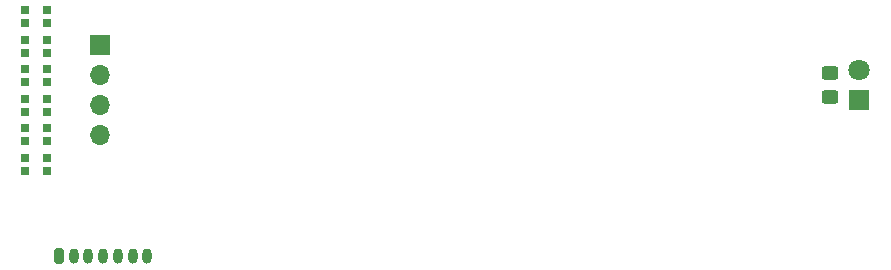
<source format=gbr>
%TF.GenerationSoftware,KiCad,Pcbnew,(6.0.5)*%
%TF.CreationDate,2022-06-15T23:09:50+02:00*%
%TF.ProjectId,plate-SI,706c6174-652d-4534-992e-6b696361645f,rev?*%
%TF.SameCoordinates,Original*%
%TF.FileFunction,Soldermask,Top*%
%TF.FilePolarity,Negative*%
%FSLAX46Y46*%
G04 Gerber Fmt 4.6, Leading zero omitted, Abs format (unit mm)*
G04 Created by KiCad (PCBNEW (6.0.5)) date 2022-06-15 23:09:50*
%MOMM*%
%LPD*%
G01*
G04 APERTURE LIST*
G04 Aperture macros list*
%AMRoundRect*
0 Rectangle with rounded corners*
0 $1 Rounding radius*
0 $2 $3 $4 $5 $6 $7 $8 $9 X,Y pos of 4 corners*
0 Add a 4 corners polygon primitive as box body*
4,1,4,$2,$3,$4,$5,$6,$7,$8,$9,$2,$3,0*
0 Add four circle primitives for the rounded corners*
1,1,$1+$1,$2,$3*
1,1,$1+$1,$4,$5*
1,1,$1+$1,$6,$7*
1,1,$1+$1,$8,$9*
0 Add four rect primitives between the rounded corners*
20,1,$1+$1,$2,$3,$4,$5,0*
20,1,$1+$1,$4,$5,$6,$7,0*
20,1,$1+$1,$6,$7,$8,$9,0*
20,1,$1+$1,$8,$9,$2,$3,0*%
G04 Aperture macros list end*
%ADD10R,1.700000X1.700000*%
%ADD11O,1.700000X1.700000*%
%ADD12RoundRect,0.105000X-0.245000X-0.245000X0.245000X-0.245000X0.245000X0.245000X-0.245000X0.245000X0*%
%ADD13RoundRect,0.250000X0.450000X-0.325000X0.450000X0.325000X-0.450000X0.325000X-0.450000X-0.325000X0*%
%ADD14R,1.800000X1.800000*%
%ADD15C,1.800000*%
%ADD16RoundRect,0.200000X-0.200000X-0.450000X0.200000X-0.450000X0.200000X0.450000X-0.200000X0.450000X0*%
%ADD17O,0.800000X1.300000*%
G04 APERTURE END LIST*
D10*
%TO.C,J2*%
X-300000Y27612500D03*
D11*
X-300000Y25072500D03*
X-300000Y22532500D03*
X-300000Y19992500D03*
%TD*%
D12*
%TO.C,D1*%
X-6590000Y18112500D03*
X-6590000Y17012500D03*
X-4760000Y17012500D03*
X-4760000Y18112500D03*
%TD*%
D13*
%TO.C,D7*%
X61525000Y25325000D03*
X61525000Y23275000D03*
%TD*%
D12*
%TO.C,D3*%
X-6590000Y23112500D03*
X-6590000Y22012500D03*
X-4760000Y22012500D03*
X-4760000Y23112500D03*
%TD*%
%TO.C,D5*%
X-6590000Y28112500D03*
X-6590000Y27012500D03*
X-4760000Y27012500D03*
X-4760000Y28112500D03*
%TD*%
%TO.C,D6*%
X-6590000Y30612500D03*
X-6590000Y29512500D03*
X-4760000Y29512500D03*
X-4760000Y30612500D03*
%TD*%
D14*
%TO.C,D8*%
X64000000Y23025000D03*
D15*
X64000000Y25565000D03*
%TD*%
D12*
%TO.C,D4*%
X-6590000Y25612500D03*
X-6590000Y24512500D03*
X-4760000Y24512500D03*
X-4760000Y25612500D03*
%TD*%
%TO.C,D2*%
X-6590000Y20612500D03*
X-6590000Y19512500D03*
X-4760000Y19512500D03*
X-4760000Y20612500D03*
%TD*%
D16*
%TO.C,J1*%
X-3750000Y9800000D03*
D17*
X-2500000Y9800000D03*
X-1250000Y9800000D03*
X0Y9800000D03*
X1250000Y9800000D03*
X2500000Y9800000D03*
X3750000Y9800000D03*
%TD*%
M02*

</source>
